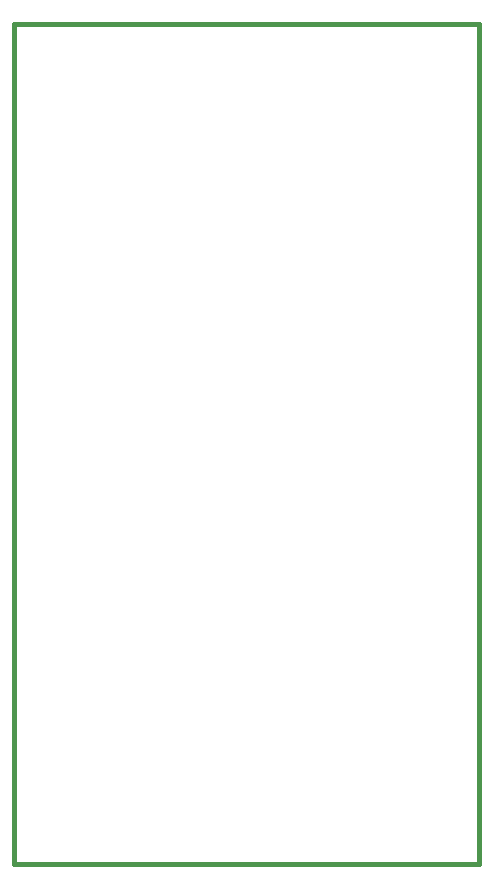
<source format=gbr>
G04 (created by PCBNEW-RS274X (2011-12-21 BZR 3253)-stable) date 15/03/2013 12:04:59*
G01*
G70*
G90*
%MOIN*%
G04 Gerber Fmt 3.4, Leading zero omitted, Abs format*
%FSLAX34Y34*%
G04 APERTURE LIST*
%ADD10C,0.006000*%
%ADD11C,0.015000*%
G04 APERTURE END LIST*
G54D10*
G54D11*
X26000Y-38000D02*
X26000Y-37000D01*
X10500Y-38000D02*
X26000Y-38000D01*
X10500Y-10000D02*
X10500Y-38000D01*
X26000Y-10000D02*
X10500Y-10000D01*
X26000Y-37500D02*
X26000Y-10000D01*
M02*

</source>
